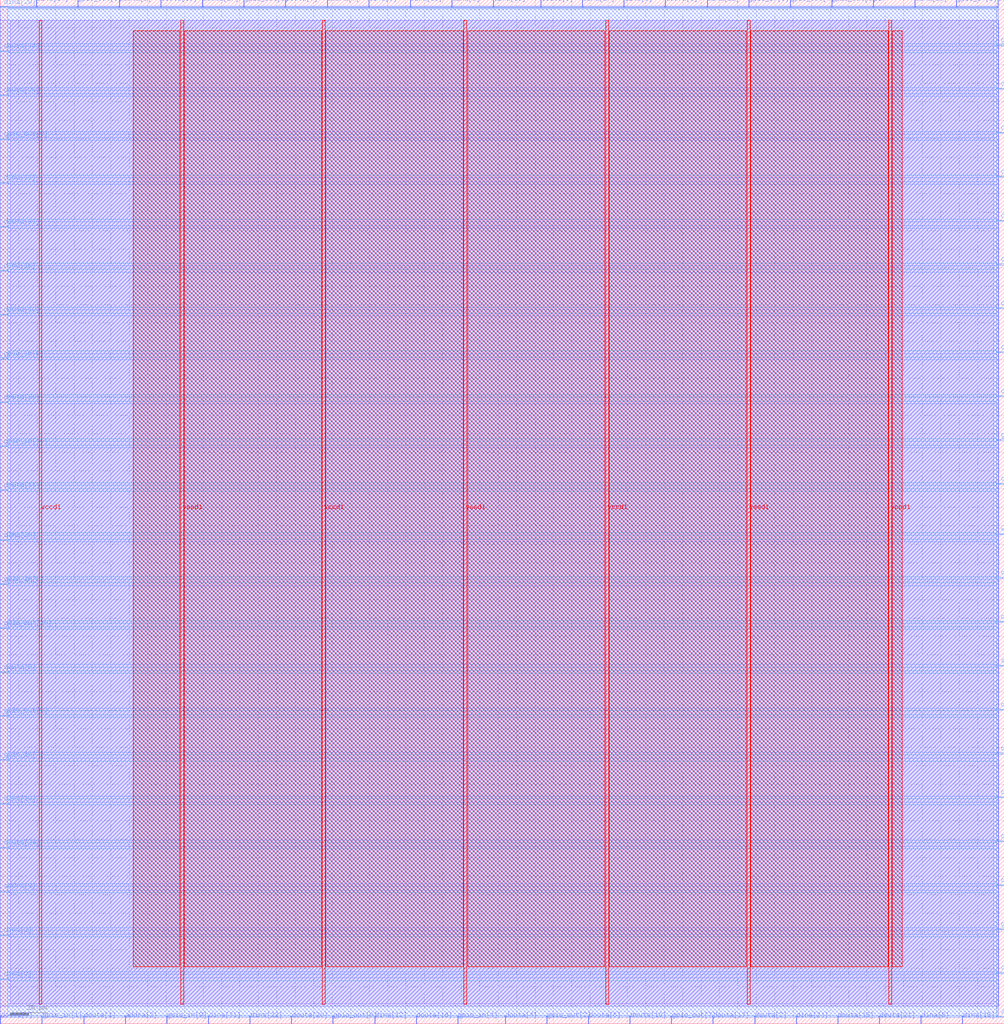
<source format=lef>
VERSION 5.7 ;
  NOWIREEXTENSIONATPIN ON ;
  DIVIDERCHAR "/" ;
  BUSBITCHARS "[]" ;
MACRO main_memory
  CLASS BLOCK ;
  FOREIGN main_memory ;
  ORIGIN 0.000 0.000 ;
  SIZE 544.445 BY 555.165 ;
  PIN addra[0]
    DIRECTION INPUT ;
    USE SIGNAL ;
    PORT
      LAYER met2 ;
        RECT 177.190 551.165 177.470 555.165 ;
    END
  END addra[0]
  PIN addra[1]
    DIRECTION INPUT ;
    USE SIGNAL ;
    PORT
      LAYER met2 ;
        RECT 360.730 551.165 361.010 555.165 ;
    END
  END addra[1]
  PIN addra[2]
    DIRECTION INPUT ;
    USE SIGNAL ;
    PORT
      LAYER met2 ;
        RECT 67.710 0.000 67.990 4.000 ;
    END
  END addra[2]
  PIN addra[3]
    DIRECTION INPUT ;
    USE SIGNAL ;
    PORT
      LAYER met3 ;
        RECT 0.000 71.440 4.000 72.040 ;
    END
  END addra[3]
  PIN addra[4]
    DIRECTION INPUT ;
    USE SIGNAL ;
    PORT
      LAYER met3 ;
        RECT 540.445 3.440 544.445 4.040 ;
    END
  END addra[4]
  PIN addra[5]
    DIRECTION INPUT ;
    USE SIGNAL ;
    PORT
      LAYER met3 ;
        RECT 540.445 193.840 544.445 194.440 ;
    END
  END addra[5]
  PIN clk
    DIRECTION INPUT ;
    USE SIGNAL ;
    PORT
      LAYER met2 ;
        RECT 473.430 551.165 473.710 555.165 ;
    END
  END clk
  PIN dina[0]
    DIRECTION INPUT ;
    USE SIGNAL ;
    PORT
      LAYER met3 ;
        RECT 540.445 292.440 544.445 293.040 ;
    END
  END dina[0]
  PIN dina[10]
    DIRECTION INPUT ;
    USE SIGNAL ;
    PORT
      LAYER met3 ;
        RECT 540.445 459.040 544.445 459.640 ;
    END
  END dina[10]
  PIN dina[11]
    DIRECTION INPUT ;
    USE SIGNAL ;
    PORT
      LAYER met3 ;
        RECT 0.000 455.640 4.000 456.240 ;
    END
  END dina[11]
  PIN dina[12]
    DIRECTION INPUT ;
    USE SIGNAL ;
    PORT
      LAYER met2 ;
        RECT 202.950 0.000 203.230 4.000 ;
    END
  END dina[12]
  PIN dina[13]
    DIRECTION INPUT ;
    USE SIGNAL ;
    PORT
      LAYER met2 ;
        RECT 267.350 551.165 267.630 555.165 ;
    END
  END dina[13]
  PIN dina[14]
    DIRECTION INPUT ;
    USE SIGNAL ;
    PORT
      LAYER met3 ;
        RECT 540.445 387.640 544.445 388.240 ;
    END
  END dina[14]
  PIN dina[15]
    DIRECTION INPUT ;
    USE SIGNAL ;
    PORT
      LAYER met2 ;
        RECT 521.730 0.000 522.010 4.000 ;
    END
  END dina[15]
  PIN dina[16]
    DIRECTION INPUT ;
    USE SIGNAL ;
    PORT
      LAYER met3 ;
        RECT 0.000 408.040 4.000 408.640 ;
    END
  END dina[16]
  PIN dina[17]
    DIRECTION INPUT ;
    USE SIGNAL ;
    PORT
      LAYER met2 ;
        RECT 19.410 551.165 19.690 555.165 ;
    END
  END dina[17]
  PIN dina[18]
    DIRECTION INPUT ;
    USE SIGNAL ;
    PORT
      LAYER met2 ;
        RECT 222.270 551.165 222.550 555.165 ;
    END
  END dina[18]
  PIN dina[19]
    DIRECTION INPUT ;
    USE SIGNAL ;
    PORT
      LAYER met3 ;
        RECT 0.000 119.040 4.000 119.640 ;
    END
  END dina[19]
  PIN dina[1]
    DIRECTION INPUT ;
    USE SIGNAL ;
    PORT
      LAYER met3 ;
        RECT 540.445 482.840 544.445 483.440 ;
    END
  END dina[1]
  PIN dina[20]
    DIRECTION INPUT ;
    USE SIGNAL ;
    PORT
      LAYER met3 ;
        RECT 540.445 122.440 544.445 123.040 ;
    END
  END dina[20]
  PIN dina[21]
    DIRECTION INPUT ;
    USE SIGNAL ;
    PORT
      LAYER met2 ;
        RECT 383.270 551.165 383.550 555.165 ;
    END
  END dina[21]
  PIN dina[22]
    DIRECTION INPUT ;
    USE SIGNAL ;
    PORT
      LAYER met2 ;
        RECT 135.330 0.000 135.610 4.000 ;
    END
  END dina[22]
  PIN dina[23]
    DIRECTION INPUT ;
    USE SIGNAL ;
    PORT
      LAYER met3 ;
        RECT 540.445 411.440 544.445 412.040 ;
    END
  END dina[23]
  PIN dina[24]
    DIRECTION INPUT ;
    USE SIGNAL ;
    PORT
      LAYER met2 ;
        RECT 431.570 0.000 431.850 4.000 ;
    END
  END dina[24]
  PIN dina[25]
    DIRECTION INPUT ;
    USE SIGNAL ;
    PORT
      LAYER met2 ;
        RECT 495.970 551.165 496.250 555.165 ;
    END
  END dina[25]
  PIN dina[26]
    DIRECTION INPUT ;
    USE SIGNAL ;
    PORT
      LAYER met3 ;
        RECT 540.445 74.840 544.445 75.440 ;
    END
  END dina[26]
  PIN dina[27]
    DIRECTION INPUT ;
    USE SIGNAL ;
    PORT
      LAYER met2 ;
        RECT 315.650 551.165 315.930 555.165 ;
    END
  END dina[27]
  PIN dina[28]
    DIRECTION INPUT ;
    USE SIGNAL ;
    PORT
      LAYER met3 ;
        RECT 540.445 435.240 544.445 435.840 ;
    END
  END dina[28]
  PIN dina[29]
    DIRECTION INPUT ;
    USE SIGNAL ;
    PORT
      LAYER met3 ;
        RECT 0.000 550.840 4.000 551.440 ;
    END
  END dina[29]
  PIN dina[2]
    DIRECTION INPUT ;
    USE SIGNAL ;
    PORT
      LAYER met3 ;
        RECT 0.000 23.840 4.000 24.440 ;
    END
  END dina[2]
  PIN dina[30]
    DIRECTION INPUT ;
    USE SIGNAL ;
    PORT
      LAYER met3 ;
        RECT 0.000 261.840 4.000 262.440 ;
    END
  END dina[30]
  PIN dina[31]
    DIRECTION INPUT ;
    USE SIGNAL ;
    PORT
      LAYER met2 ;
        RECT 112.790 0.000 113.070 4.000 ;
    END
  END dina[31]
  PIN dina[3]
    DIRECTION INPUT ;
    USE SIGNAL ;
    PORT
      LAYER met2 ;
        RECT 244.810 551.165 245.090 555.165 ;
    END
  END dina[3]
  PIN dina[4]
    DIRECTION INPUT ;
    USE SIGNAL ;
    PORT
      LAYER met3 ;
        RECT 540.445 363.840 544.445 364.440 ;
    END
  END dina[4]
  PIN dina[5]
    DIRECTION INPUT ;
    USE SIGNAL ;
    PORT
      LAYER met3 ;
        RECT 540.445 146.240 544.445 146.840 ;
    END
  END dina[5]
  PIN dina[6]
    DIRECTION INPUT ;
    USE SIGNAL ;
    PORT
      LAYER met2 ;
        RECT 338.190 551.165 338.470 555.165 ;
    END
  END dina[6]
  PIN dina[7]
    DIRECTION INPUT ;
    USE SIGNAL ;
    PORT
      LAYER met3 ;
        RECT 0.000 47.640 4.000 48.240 ;
    END
  END dina[7]
  PIN dina[8]
    DIRECTION INPUT ;
    USE SIGNAL ;
    PORT
      LAYER met2 ;
        RECT 499.190 0.000 499.470 4.000 ;
    END
  END dina[8]
  PIN dina[9]
    DIRECTION INPUT ;
    USE SIGNAL ;
    PORT
      LAYER met2 ;
        RECT 199.730 551.165 200.010 555.165 ;
    END
  END dina[9]
  PIN douta[0]
    DIRECTION OUTPUT TRISTATE ;
    USE SIGNAL ;
    PORT
      LAYER met3 ;
        RECT 540.445 506.640 544.445 507.240 ;
    END
  END douta[0]
  PIN douta[10]
    DIRECTION OUTPUT TRISTATE ;
    USE SIGNAL ;
    PORT
      LAYER met2 ;
        RECT 341.410 0.000 341.690 4.000 ;
    END
  END douta[10]
  PIN douta[11]
    DIRECTION OUTPUT TRISTATE ;
    USE SIGNAL ;
    PORT
      LAYER met3 ;
        RECT 0.000 289.040 4.000 289.640 ;
    END
  END douta[11]
  PIN douta[12]
    DIRECTION OUTPUT TRISTATE ;
    USE SIGNAL ;
    PORT
      LAYER met3 ;
        RECT 0.000 384.240 4.000 384.840 ;
    END
  END douta[12]
  PIN douta[13]
    DIRECTION OUTPUT TRISTATE ;
    USE SIGNAL ;
    PORT
      LAYER met3 ;
        RECT 540.445 241.440 544.445 242.040 ;
    END
  END douta[13]
  PIN douta[14]
    DIRECTION OUTPUT TRISTATE ;
    USE SIGNAL ;
    PORT
      LAYER met3 ;
        RECT 0.000 527.040 4.000 527.640 ;
    END
  END douta[14]
  PIN douta[15]
    DIRECTION OUTPUT TRISTATE ;
    USE SIGNAL ;
    PORT
      LAYER met2 ;
        RECT 454.110 0.000 454.390 4.000 ;
    END
  END douta[15]
  PIN douta[16]
    DIRECTION OUTPUT TRISTATE ;
    USE SIGNAL ;
    PORT
      LAYER met2 ;
        RECT 225.490 0.000 225.770 4.000 ;
    END
  END douta[16]
  PIN douta[17]
    DIRECTION OUTPUT TRISTATE ;
    USE SIGNAL ;
    PORT
      LAYER met2 ;
        RECT 386.490 0.000 386.770 4.000 ;
    END
  END douta[17]
  PIN douta[18]
    DIRECTION OUTPUT TRISTATE ;
    USE SIGNAL ;
    PORT
      LAYER met2 ;
        RECT 541.050 551.165 541.330 555.165 ;
    END
  END douta[18]
  PIN douta[19]
    DIRECTION OUTPUT TRISTATE ;
    USE SIGNAL ;
    PORT
      LAYER met2 ;
        RECT 87.030 551.165 87.310 555.165 ;
    END
  END douta[19]
  PIN douta[1]
    DIRECTION OUTPUT TRISTATE ;
    USE SIGNAL ;
    PORT
      LAYER met2 ;
        RECT 45.170 0.000 45.450 4.000 ;
    END
  END douta[1]
  PIN douta[20]
    DIRECTION OUTPUT TRISTATE ;
    USE SIGNAL ;
    PORT
      LAYER met2 ;
        RECT 157.870 0.000 158.150 4.000 ;
    END
  END douta[20]
  PIN douta[21]
    DIRECTION OUTPUT TRISTATE ;
    USE SIGNAL ;
    PORT
      LAYER met2 ;
        RECT 476.650 0.000 476.930 4.000 ;
    END
  END douta[21]
  PIN douta[22]
    DIRECTION OUTPUT TRISTATE ;
    USE SIGNAL ;
    PORT
      LAYER met3 ;
        RECT 540.445 217.640 544.445 218.240 ;
    END
  END douta[22]
  PIN douta[23]
    DIRECTION OUTPUT TRISTATE ;
    USE SIGNAL ;
    PORT
      LAYER met3 ;
        RECT 540.445 98.640 544.445 99.240 ;
    END
  END douta[23]
  PIN douta[24]
    DIRECTION OUTPUT TRISTATE ;
    USE SIGNAL ;
    PORT
      LAYER met3 ;
        RECT 0.000 95.240 4.000 95.840 ;
    END
  END douta[24]
  PIN douta[25]
    DIRECTION OUTPUT TRISTATE ;
    USE SIGNAL ;
    PORT
      LAYER met3 ;
        RECT 0.000 503.240 4.000 503.840 ;
    END
  END douta[25]
  PIN douta[26]
    DIRECTION OUTPUT TRISTATE ;
    USE SIGNAL ;
    PORT
      LAYER met3 ;
        RECT 540.445 27.240 544.445 27.840 ;
    END
  END douta[26]
  PIN douta[27]
    DIRECTION OUTPUT TRISTATE ;
    USE SIGNAL ;
    PORT
      LAYER met2 ;
        RECT 109.570 551.165 109.850 555.165 ;
    END
  END douta[27]
  PIN douta[28]
    DIRECTION OUTPUT TRISTATE ;
    USE SIGNAL ;
    PORT
      LAYER met3 ;
        RECT 540.445 170.040 544.445 170.640 ;
    END
  END douta[28]
  PIN douta[29]
    DIRECTION OUTPUT TRISTATE ;
    USE SIGNAL ;
    PORT
      LAYER met3 ;
        RECT 0.000 336.640 4.000 337.240 ;
    END
  END douta[29]
  PIN douta[2]
    DIRECTION OUTPUT TRISTATE ;
    USE SIGNAL ;
    PORT
      LAYER met2 ;
        RECT 409.030 0.000 409.310 4.000 ;
    END
  END douta[2]
  PIN douta[30]
    DIRECTION OUTPUT TRISTATE ;
    USE SIGNAL ;
    PORT
      LAYER met3 ;
        RECT 540.445 340.040 544.445 340.640 ;
    END
  END douta[30]
  PIN douta[31]
    DIRECTION OUTPUT TRISTATE ;
    USE SIGNAL ;
    PORT
      LAYER met3 ;
        RECT 0.000 431.840 4.000 432.440 ;
    END
  END douta[31]
  PIN douta[3]
    DIRECTION OUTPUT TRISTATE ;
    USE SIGNAL ;
    PORT
      LAYER met2 ;
        RECT 64.490 551.165 64.770 555.165 ;
    END
  END douta[3]
  PIN douta[4]
    DIRECTION OUTPUT TRISTATE ;
    USE SIGNAL ;
    PORT
      LAYER met2 ;
        RECT 273.790 0.000 274.070 4.000 ;
    END
  END douta[4]
  PIN douta[5]
    DIRECTION OUTPUT TRISTATE ;
    USE SIGNAL ;
    PORT
      LAYER met2 ;
        RECT 0.090 0.000 0.370 4.000 ;
    END
  END douta[5]
  PIN douta[6]
    DIRECTION OUTPUT TRISTATE ;
    USE SIGNAL ;
    PORT
      LAYER met2 ;
        RECT 318.870 0.000 319.150 4.000 ;
    END
  END douta[6]
  PIN douta[7]
    DIRECTION OUTPUT TRISTATE ;
    USE SIGNAL ;
    PORT
      LAYER met2 ;
        RECT 154.650 551.165 154.930 555.165 ;
    END
  END douta[7]
  PIN douta[8]
    DIRECTION OUTPUT TRISTATE ;
    USE SIGNAL ;
    PORT
      LAYER met2 ;
        RECT 293.110 551.165 293.390 555.165 ;
    END
  END douta[8]
  PIN douta[9]
    DIRECTION OUTPUT TRISTATE ;
    USE SIGNAL ;
    PORT
      LAYER met3 ;
        RECT 0.000 190.440 4.000 191.040 ;
    END
  END douta[9]
  PIN gpio_in[0]
    DIRECTION INPUT ;
    USE SIGNAL ;
    PORT
      LAYER met3 ;
        RECT 0.000 360.440 4.000 361.040 ;
    END
  END gpio_in[0]
  PIN gpio_in[10]
    DIRECTION INPUT ;
    USE SIGNAL ;
    PORT
      LAYER met3 ;
        RECT 0.000 312.840 4.000 313.440 ;
    END
  END gpio_in[10]
  PIN gpio_in[1]
    DIRECTION INPUT ;
    USE SIGNAL ;
    PORT
      LAYER met2 ;
        RECT 22.630 0.000 22.910 4.000 ;
    END
  END gpio_in[1]
  PIN gpio_in[2]
    DIRECTION INPUT ;
    USE SIGNAL ;
    PORT
      LAYER met2 ;
        RECT 518.510 551.165 518.790 555.165 ;
    END
  END gpio_in[2]
  PIN gpio_in[3]
    DIRECTION INPUT ;
    USE SIGNAL ;
    PORT
      LAYER met2 ;
        RECT 405.810 551.165 406.090 555.165 ;
    END
  END gpio_in[3]
  PIN gpio_in[4]
    DIRECTION INPUT ;
    USE SIGNAL ;
    PORT
      LAYER met2 ;
        RECT 248.030 0.000 248.310 4.000 ;
    END
  END gpio_in[4]
  PIN gpio_in[5]
    DIRECTION INPUT ;
    USE SIGNAL ;
    PORT
      LAYER met3 ;
        RECT 540.445 530.440 544.445 531.040 ;
    END
  END gpio_in[5]
  PIN gpio_in[6]
    DIRECTION INPUT ;
    USE SIGNAL ;
    PORT
      LAYER met3 ;
        RECT 540.445 51.040 544.445 51.640 ;
    END
  END gpio_in[6]
  PIN gpio_in[7]
    DIRECTION INPUT ;
    USE SIGNAL ;
    PORT
      LAYER met3 ;
        RECT 0.000 142.840 4.000 143.440 ;
    END
  END gpio_in[7]
  PIN gpio_in[8]
    DIRECTION INPUT ;
    USE SIGNAL ;
    PORT
      LAYER met3 ;
        RECT 0.000 238.040 4.000 238.640 ;
    END
  END gpio_in[8]
  PIN gpio_in[9]
    DIRECTION INPUT ;
    USE SIGNAL ;
    PORT
      LAYER met2 ;
        RECT 90.250 0.000 90.530 4.000 ;
    END
  END gpio_in[9]
  PIN gpio_out[0]
    DIRECTION OUTPUT TRISTATE ;
    USE SIGNAL ;
    PORT
      LAYER met2 ;
        RECT 180.410 0.000 180.690 4.000 ;
    END
  END gpio_out[0]
  PIN gpio_out[10]
    DIRECTION OUTPUT TRISTATE ;
    USE SIGNAL ;
    PORT
      LAYER met3 ;
        RECT 0.000 214.240 4.000 214.840 ;
    END
  END gpio_out[10]
  PIN gpio_out[1]
    DIRECTION OUTPUT TRISTATE ;
    USE SIGNAL ;
    PORT
      LAYER met3 ;
        RECT 540.445 316.240 544.445 316.840 ;
    END
  END gpio_out[1]
  PIN gpio_out[2]
    DIRECTION OUTPUT TRISTATE ;
    USE SIGNAL ;
    PORT
      LAYER met2 ;
        RECT 296.330 0.000 296.610 4.000 ;
    END
  END gpio_out[2]
  PIN gpio_out[3]
    DIRECTION OUTPUT TRISTATE ;
    USE SIGNAL ;
    PORT
      LAYER met2 ;
        RECT 450.890 551.165 451.170 555.165 ;
    END
  END gpio_out[3]
  PIN gpio_out[4]
    DIRECTION OUTPUT TRISTATE ;
    USE SIGNAL ;
    PORT
      LAYER met2 ;
        RECT 428.350 551.165 428.630 555.165 ;
    END
  END gpio_out[4]
  PIN gpio_out[5]
    DIRECTION OUTPUT TRISTATE ;
    USE SIGNAL ;
    PORT
      LAYER met2 ;
        RECT 41.950 551.165 42.230 555.165 ;
    END
  END gpio_out[5]
  PIN gpio_out[6]
    DIRECTION OUTPUT TRISTATE ;
    USE SIGNAL ;
    PORT
      LAYER met2 ;
        RECT 132.110 551.165 132.390 555.165 ;
    END
  END gpio_out[6]
  PIN gpio_out[7]
    DIRECTION OUTPUT TRISTATE ;
    USE SIGNAL ;
    PORT
      LAYER met2 ;
        RECT 363.950 0.000 364.230 4.000 ;
    END
  END gpio_out[7]
  PIN gpio_out[8]
    DIRECTION OUTPUT TRISTATE ;
    USE SIGNAL ;
    PORT
      LAYER met3 ;
        RECT 0.000 166.640 4.000 167.240 ;
    END
  END gpio_out[8]
  PIN gpio_out[9]
    DIRECTION OUTPUT TRISTATE ;
    USE SIGNAL ;
    PORT
      LAYER met3 ;
        RECT 0.000 479.440 4.000 480.040 ;
    END
  END gpio_out[9]
  PIN vccd1
    DIRECTION INPUT ;
    USE POWER ;
    PORT
      LAYER met4 ;
        RECT 21.040 10.640 22.640 544.240 ;
    END
    PORT
      LAYER met4 ;
        RECT 174.640 10.640 176.240 544.240 ;
    END
    PORT
      LAYER met4 ;
        RECT 328.240 10.640 329.840 544.240 ;
    END
    PORT
      LAYER met4 ;
        RECT 481.840 10.640 483.440 544.240 ;
    END
  END vccd1
  PIN vssd1
    DIRECTION INPUT ;
    USE GROUND ;
    PORT
      LAYER met4 ;
        RECT 97.840 10.640 99.440 544.240 ;
    END
    PORT
      LAYER met4 ;
        RECT 251.440 10.640 253.040 544.240 ;
    END
    PORT
      LAYER met4 ;
        RECT 405.040 10.640 406.640 544.240 ;
    END
  END vssd1
  PIN wea
    DIRECTION INPUT ;
    USE SIGNAL ;
    PORT
      LAYER met3 ;
        RECT 540.445 265.240 544.445 265.840 ;
    END
  END wea
  OBS
      LAYER li1 ;
        RECT 5.520 10.795 538.660 544.085 ;
      LAYER met1 ;
        RECT 0.070 9.560 541.350 544.240 ;
      LAYER met2 ;
        RECT 0.100 550.885 19.130 551.890 ;
        RECT 19.970 550.885 41.670 551.890 ;
        RECT 42.510 550.885 64.210 551.890 ;
        RECT 65.050 550.885 86.750 551.890 ;
        RECT 87.590 550.885 109.290 551.890 ;
        RECT 110.130 550.885 131.830 551.890 ;
        RECT 132.670 550.885 154.370 551.890 ;
        RECT 155.210 550.885 176.910 551.890 ;
        RECT 177.750 550.885 199.450 551.890 ;
        RECT 200.290 550.885 221.990 551.890 ;
        RECT 222.830 550.885 244.530 551.890 ;
        RECT 245.370 550.885 267.070 551.890 ;
        RECT 267.910 550.885 292.830 551.890 ;
        RECT 293.670 550.885 315.370 551.890 ;
        RECT 316.210 550.885 337.910 551.890 ;
        RECT 338.750 550.885 360.450 551.890 ;
        RECT 361.290 550.885 382.990 551.890 ;
        RECT 383.830 550.885 405.530 551.890 ;
        RECT 406.370 550.885 428.070 551.890 ;
        RECT 428.910 550.885 450.610 551.890 ;
        RECT 451.450 550.885 473.150 551.890 ;
        RECT 473.990 550.885 495.690 551.890 ;
        RECT 496.530 550.885 518.230 551.890 ;
        RECT 519.070 550.885 540.770 551.890 ;
        RECT 0.100 4.280 541.320 550.885 ;
        RECT 0.650 3.555 22.350 4.280 ;
        RECT 23.190 3.555 44.890 4.280 ;
        RECT 45.730 3.555 67.430 4.280 ;
        RECT 68.270 3.555 89.970 4.280 ;
        RECT 90.810 3.555 112.510 4.280 ;
        RECT 113.350 3.555 135.050 4.280 ;
        RECT 135.890 3.555 157.590 4.280 ;
        RECT 158.430 3.555 180.130 4.280 ;
        RECT 180.970 3.555 202.670 4.280 ;
        RECT 203.510 3.555 225.210 4.280 ;
        RECT 226.050 3.555 247.750 4.280 ;
        RECT 248.590 3.555 273.510 4.280 ;
        RECT 274.350 3.555 296.050 4.280 ;
        RECT 296.890 3.555 318.590 4.280 ;
        RECT 319.430 3.555 341.130 4.280 ;
        RECT 341.970 3.555 363.670 4.280 ;
        RECT 364.510 3.555 386.210 4.280 ;
        RECT 387.050 3.555 408.750 4.280 ;
        RECT 409.590 3.555 431.290 4.280 ;
        RECT 432.130 3.555 453.830 4.280 ;
        RECT 454.670 3.555 476.370 4.280 ;
        RECT 477.210 3.555 498.910 4.280 ;
        RECT 499.750 3.555 521.450 4.280 ;
        RECT 522.290 3.555 541.320 4.280 ;
      LAYER met3 ;
        RECT 4.400 550.440 540.445 551.305 ;
        RECT 4.000 531.440 540.445 550.440 ;
        RECT 4.000 530.040 540.045 531.440 ;
        RECT 4.000 528.040 540.445 530.040 ;
        RECT 4.400 526.640 540.445 528.040 ;
        RECT 4.000 507.640 540.445 526.640 ;
        RECT 4.000 506.240 540.045 507.640 ;
        RECT 4.000 504.240 540.445 506.240 ;
        RECT 4.400 502.840 540.445 504.240 ;
        RECT 4.000 483.840 540.445 502.840 ;
        RECT 4.000 482.440 540.045 483.840 ;
        RECT 4.000 480.440 540.445 482.440 ;
        RECT 4.400 479.040 540.445 480.440 ;
        RECT 4.000 460.040 540.445 479.040 ;
        RECT 4.000 458.640 540.045 460.040 ;
        RECT 4.000 456.640 540.445 458.640 ;
        RECT 4.400 455.240 540.445 456.640 ;
        RECT 4.000 436.240 540.445 455.240 ;
        RECT 4.000 434.840 540.045 436.240 ;
        RECT 4.000 432.840 540.445 434.840 ;
        RECT 4.400 431.440 540.445 432.840 ;
        RECT 4.000 412.440 540.445 431.440 ;
        RECT 4.000 411.040 540.045 412.440 ;
        RECT 4.000 409.040 540.445 411.040 ;
        RECT 4.400 407.640 540.445 409.040 ;
        RECT 4.000 388.640 540.445 407.640 ;
        RECT 4.000 387.240 540.045 388.640 ;
        RECT 4.000 385.240 540.445 387.240 ;
        RECT 4.400 383.840 540.445 385.240 ;
        RECT 4.000 364.840 540.445 383.840 ;
        RECT 4.000 363.440 540.045 364.840 ;
        RECT 4.000 361.440 540.445 363.440 ;
        RECT 4.400 360.040 540.445 361.440 ;
        RECT 4.000 341.040 540.445 360.040 ;
        RECT 4.000 339.640 540.045 341.040 ;
        RECT 4.000 337.640 540.445 339.640 ;
        RECT 4.400 336.240 540.445 337.640 ;
        RECT 4.000 317.240 540.445 336.240 ;
        RECT 4.000 315.840 540.045 317.240 ;
        RECT 4.000 313.840 540.445 315.840 ;
        RECT 4.400 312.440 540.445 313.840 ;
        RECT 4.000 293.440 540.445 312.440 ;
        RECT 4.000 292.040 540.045 293.440 ;
        RECT 4.000 290.040 540.445 292.040 ;
        RECT 4.400 288.640 540.445 290.040 ;
        RECT 4.000 266.240 540.445 288.640 ;
        RECT 4.000 264.840 540.045 266.240 ;
        RECT 4.000 262.840 540.445 264.840 ;
        RECT 4.400 261.440 540.445 262.840 ;
        RECT 4.000 242.440 540.445 261.440 ;
        RECT 4.000 241.040 540.045 242.440 ;
        RECT 4.000 239.040 540.445 241.040 ;
        RECT 4.400 237.640 540.445 239.040 ;
        RECT 4.000 218.640 540.445 237.640 ;
        RECT 4.000 217.240 540.045 218.640 ;
        RECT 4.000 215.240 540.445 217.240 ;
        RECT 4.400 213.840 540.445 215.240 ;
        RECT 4.000 194.840 540.445 213.840 ;
        RECT 4.000 193.440 540.045 194.840 ;
        RECT 4.000 191.440 540.445 193.440 ;
        RECT 4.400 190.040 540.445 191.440 ;
        RECT 4.000 171.040 540.445 190.040 ;
        RECT 4.000 169.640 540.045 171.040 ;
        RECT 4.000 167.640 540.445 169.640 ;
        RECT 4.400 166.240 540.445 167.640 ;
        RECT 4.000 147.240 540.445 166.240 ;
        RECT 4.000 145.840 540.045 147.240 ;
        RECT 4.000 143.840 540.445 145.840 ;
        RECT 4.400 142.440 540.445 143.840 ;
        RECT 4.000 123.440 540.445 142.440 ;
        RECT 4.000 122.040 540.045 123.440 ;
        RECT 4.000 120.040 540.445 122.040 ;
        RECT 4.400 118.640 540.445 120.040 ;
        RECT 4.000 99.640 540.445 118.640 ;
        RECT 4.000 98.240 540.045 99.640 ;
        RECT 4.000 96.240 540.445 98.240 ;
        RECT 4.400 94.840 540.445 96.240 ;
        RECT 4.000 75.840 540.445 94.840 ;
        RECT 4.000 74.440 540.045 75.840 ;
        RECT 4.000 72.440 540.445 74.440 ;
        RECT 4.400 71.040 540.445 72.440 ;
        RECT 4.000 52.040 540.445 71.040 ;
        RECT 4.000 50.640 540.045 52.040 ;
        RECT 4.000 48.640 540.445 50.640 ;
        RECT 4.400 47.240 540.445 48.640 ;
        RECT 4.000 28.240 540.445 47.240 ;
        RECT 4.000 26.840 540.045 28.240 ;
        RECT 4.000 24.840 540.445 26.840 ;
        RECT 4.400 23.440 540.445 24.840 ;
        RECT 4.000 4.440 540.445 23.440 ;
        RECT 4.000 3.575 540.045 4.440 ;
      LAYER met4 ;
        RECT 72.055 30.775 97.440 538.385 ;
        RECT 99.840 30.775 174.240 538.385 ;
        RECT 176.640 30.775 251.040 538.385 ;
        RECT 253.440 30.775 327.840 538.385 ;
        RECT 330.240 30.775 404.640 538.385 ;
        RECT 407.040 30.775 481.440 538.385 ;
        RECT 483.840 30.775 489.145 538.385 ;
  END
END main_memory
END LIBRARY


</source>
